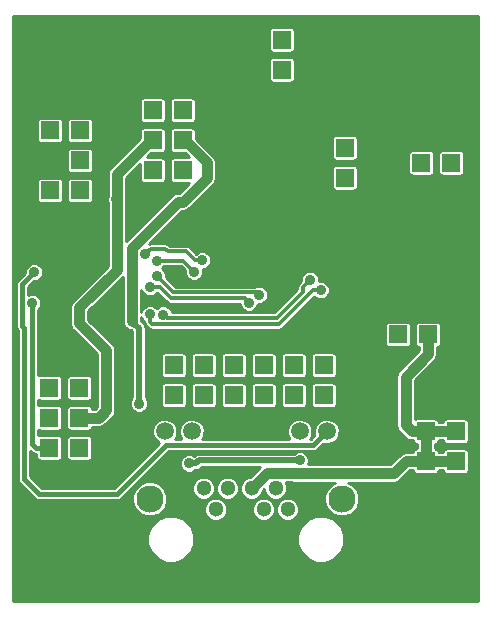
<source format=gbr>
G04 #@! TF.FileFunction,Copper,L1,Top,Signal*
%FSLAX46Y46*%
G04 Gerber Fmt 4.6, Leading zero omitted, Abs format (unit mm)*
G04 Created by KiCad (PCBNEW 4.0.1-stable) date 18. 2. 2016 10:36:15*
%MOMM*%
G01*
G04 APERTURE LIST*
%ADD10C,0.300000*%
%ADD11C,2.300000*%
%ADD12C,1.300000*%
%ADD13C,1.500000*%
%ADD14R,1.524000X1.524000*%
%ADD15C,6.000000*%
%ADD16C,0.890000*%
%ADD17C,0.900000*%
%ADD18C,0.400000*%
%ADD19C,0.500000*%
%ADD20C,0.254000*%
G04 APERTURE END LIST*
D10*
D11*
X28450000Y9272000D03*
X12190000Y9272000D03*
D12*
X17780000Y8382000D03*
X19810000Y8382000D03*
X21840000Y8382000D03*
X23870000Y8382000D03*
X16760000Y10162000D03*
X18790000Y10162000D03*
X20820000Y10162000D03*
X22850000Y10162000D03*
D13*
X27180000Y14982000D03*
X24890000Y14982000D03*
X15750000Y14982000D03*
X13460000Y14982000D03*
D14*
X35560000Y17526000D03*
X38100000Y17526000D03*
X35560000Y14986000D03*
X38100000Y14986000D03*
X35560000Y12446000D03*
X38100000Y12446000D03*
X35560000Y9906000D03*
X38100000Y9906000D03*
X14224000Y18034000D03*
X14224000Y20574000D03*
X16764000Y18034000D03*
X16764000Y20574000D03*
X19304000Y18034000D03*
X19304000Y20574000D03*
X21844000Y18034000D03*
X21844000Y20574000D03*
X24384000Y18034000D03*
X24384000Y20574000D03*
X26924000Y18034000D03*
X26924000Y20574000D03*
X35179000Y40259000D03*
X37719000Y40259000D03*
X35179000Y37719000D03*
X37719000Y37719000D03*
X35179000Y35179000D03*
X37719000Y35179000D03*
X28702000Y38989000D03*
X28702000Y36449000D03*
X14986000Y37084000D03*
X14986000Y39624000D03*
X14986000Y42164000D03*
X20828000Y45593000D03*
X20828000Y48133000D03*
X23368000Y45593000D03*
X23368000Y48133000D03*
X25908000Y45593000D03*
X25908000Y48133000D03*
X3746500Y37909500D03*
X6286500Y37909500D03*
X6286500Y40449500D03*
X3746500Y40449500D03*
X6223000Y21209000D03*
X3683000Y21209000D03*
X6223000Y13589000D03*
X3683000Y13589000D03*
X6223000Y16129000D03*
X3683000Y16129000D03*
X6223000Y18669000D03*
X3683000Y18669000D03*
X6223000Y11049000D03*
X3683000Y11049000D03*
D15*
X5080000Y45720000D03*
X35560000Y5080000D03*
X5080000Y5080000D03*
X35560000Y45720000D03*
D14*
X12446000Y37084000D03*
X12446000Y39624000D03*
X12446000Y42164000D03*
X33210500Y23177500D03*
X35750500Y23177500D03*
X6286500Y35369500D03*
X3746500Y35369500D03*
D16*
X23114000Y21844000D03*
X23114000Y22733000D03*
X12446000Y21463000D03*
X12700000Y20193000D03*
X16764000Y22034500D03*
X18478500Y22034500D03*
X12700000Y18796000D03*
X24892000Y12509500D03*
X15494000Y12255500D03*
X10673078Y24302720D03*
X11272520Y17332960D03*
X15013002Y34417000D03*
X6212840Y24109681D03*
X9372600Y34625278D03*
X2413000Y28448000D03*
X16637000Y29464000D03*
X11811000Y29972000D03*
X15924765Y28507789D03*
X12775132Y29436956D03*
X21443851Y26542524D03*
X12770702Y28160372D03*
X12192000Y27178000D03*
X20569627Y25875237D03*
X25776627Y27817373D03*
X13322300Y24866600D03*
X26670000Y26924000D03*
X12192000Y24892000D03*
X2225040Y25852120D03*
D17*
X24318897Y11462001D02*
X24366399Y11414499D01*
X20820000Y10162000D02*
X22120001Y11462001D01*
X22120001Y11462001D02*
X24318897Y11462001D01*
X24366399Y11414499D02*
X32866499Y11414499D01*
X32866499Y11414499D02*
X33898000Y12446000D01*
X33898000Y12446000D02*
X35560000Y12446000D01*
X35560000Y12446000D02*
X38100000Y12446000D01*
X35560000Y12446000D02*
X35560000Y14986000D01*
X35560000Y14986000D02*
X38100000Y14986000D01*
X35750500Y21515500D02*
X35750500Y23177500D01*
X33845500Y19610500D02*
X35750500Y21515500D01*
X33845500Y15494000D02*
X33845500Y19610500D01*
X34353500Y14986000D02*
X33845500Y15494000D01*
X35560000Y14986000D02*
X34353500Y14986000D01*
D18*
X23114000Y22733000D02*
X23124301Y21854301D01*
X23124301Y21854301D02*
X23114000Y21844000D01*
D10*
X12700000Y18796000D02*
X12636500Y21755100D01*
X12146001Y21163001D02*
X12446000Y21463000D01*
X12636500Y21755100D02*
X12146001Y21163001D01*
X18478500Y22034500D02*
X16764000Y22034500D01*
D19*
X24262675Y12509500D02*
X24892000Y12509500D01*
X16377325Y12509500D02*
X24262675Y12509500D01*
X16123325Y12255500D02*
X16377325Y12509500D01*
X15494000Y12255500D02*
X16123325Y12255500D01*
D17*
X14588738Y34417000D02*
X10673078Y30501340D01*
X15013002Y34417000D02*
X14588738Y34417000D01*
D19*
X11272520Y17332960D02*
X11272520Y23703278D01*
D17*
X10673078Y30501340D02*
X10673078Y24726984D01*
D19*
X10973077Y24002721D02*
X10673078Y24302720D01*
D17*
X10673078Y24726984D02*
X10673078Y24302720D01*
D19*
X11272520Y23703278D02*
X10973077Y24002721D01*
D17*
X17018000Y37746002D02*
X17018000Y36421998D01*
X17018000Y36421998D02*
X15013002Y34417000D01*
X14986000Y39624000D02*
X15140002Y39624000D01*
X15140002Y39624000D02*
X17018000Y37746002D01*
X8498949Y21823572D02*
X6512839Y23809682D01*
X8498949Y16742949D02*
X8498949Y21823572D01*
X7885000Y16129000D02*
X8498949Y16742949D01*
X6223000Y16129000D02*
X7885000Y16129000D01*
X6512839Y23809682D02*
X6212840Y24109681D01*
X9398000Y34639640D02*
X9398000Y28671520D01*
X9398000Y28671520D02*
X6212840Y25486360D01*
X6212840Y25486360D02*
X6212840Y24150320D01*
D19*
X9386962Y34639640D02*
X9372600Y34625278D01*
X9398000Y34639640D02*
X9386962Y34639640D01*
D17*
X9398000Y36730002D02*
X9398000Y34639640D01*
X12446000Y39624000D02*
X12291998Y39624000D01*
X12291998Y39624000D02*
X9398000Y36730002D01*
D18*
X1380039Y26035000D02*
X1380039Y23893999D01*
X1380039Y26257721D02*
X1380039Y26035000D01*
X1380039Y26035000D02*
X1380039Y27415039D01*
X1380039Y27415039D02*
X2413000Y28448000D01*
X1525038Y10962960D02*
X1525038Y23749000D01*
X1380039Y23893999D02*
X1525038Y23749000D01*
X9398000Y9652000D02*
X2835998Y9652000D01*
X26029999Y13831999D02*
X13577999Y13831999D01*
X13577999Y13831999D02*
X9398000Y9652000D01*
X27180000Y14982000D02*
X26029999Y13831999D01*
X2835998Y9652000D02*
X1525038Y10962960D01*
D10*
X16637000Y29464000D02*
X16007675Y29464000D01*
X12255999Y30416999D02*
X11811000Y29972000D01*
X16007675Y29464000D02*
X15263973Y30207702D01*
X15263973Y30207702D02*
X13716000Y30207702D01*
X13716000Y30207702D02*
X13506703Y30416999D01*
X13506703Y30416999D02*
X12255999Y30416999D01*
X14732000Y29436956D02*
X12775132Y29436956D01*
X15924765Y28507789D02*
X14995598Y29436956D01*
X14995598Y29436956D02*
X14732000Y29436956D01*
X21443851Y26542524D02*
X21252875Y26733500D01*
X21252875Y26733500D02*
X14197574Y26733500D01*
X14197574Y26733500D02*
X12770702Y28160372D01*
X20569627Y25875237D02*
X20219364Y26225500D01*
X12821325Y27178000D02*
X12192000Y27178000D01*
X20219364Y26225500D02*
X13970000Y26225500D01*
X13970000Y26225500D02*
X13023175Y27172325D01*
X13023175Y27172325D02*
X12827000Y27172325D01*
X12827000Y27172325D02*
X12821325Y27178000D01*
X13322300Y24866600D02*
X13614400Y24574500D01*
X13614400Y24574500D02*
X22950933Y24574500D01*
X22950933Y24574500D02*
X25173440Y26797007D01*
X25173440Y26797007D02*
X25173440Y27214186D01*
X25173440Y27214186D02*
X25776627Y27817373D01*
X26670000Y26924000D02*
X26007567Y26924000D01*
X26007567Y26924000D02*
X23155166Y24071599D01*
X23155166Y24071599D02*
X12383076Y24071599D01*
X12383076Y24071599D02*
X12192000Y24262675D01*
X12192000Y24262675D02*
X12192000Y24892000D01*
D18*
X2225040Y25427856D02*
X2225040Y25852120D01*
X2225040Y13884960D02*
X2225040Y25427856D01*
X2521000Y13589000D02*
X2225040Y13884960D01*
X3683000Y13589000D02*
X2521000Y13589000D01*
D20*
G36*
X40009000Y631000D02*
X631000Y631000D01*
X631000Y5450476D01*
X11992657Y5450476D01*
X12293003Y4723582D01*
X12848657Y4166958D01*
X13575025Y3865344D01*
X14361524Y3864657D01*
X15088418Y4165003D01*
X15645042Y4720657D01*
X15946656Y5447025D01*
X15946659Y5450476D01*
X24692657Y5450476D01*
X24993003Y4723582D01*
X25548657Y4166958D01*
X26275025Y3865344D01*
X27061524Y3864657D01*
X27788418Y4165003D01*
X28345042Y4720657D01*
X28646656Y5447025D01*
X28647343Y6233524D01*
X28346997Y6960418D01*
X27791343Y7517042D01*
X27064975Y7818656D01*
X26278476Y7819343D01*
X25551582Y7518997D01*
X24994958Y6963343D01*
X24693344Y6236975D01*
X24692657Y5450476D01*
X15946659Y5450476D01*
X15947343Y6233524D01*
X15646997Y6960418D01*
X15091343Y7517042D01*
X14364975Y7818656D01*
X13578476Y7819343D01*
X12851582Y7518997D01*
X12294958Y6963343D01*
X11993344Y6236975D01*
X11992657Y5450476D01*
X631000Y5450476D01*
X631000Y8979495D01*
X10712744Y8979495D01*
X10937130Y8436440D01*
X11352254Y8020591D01*
X11894918Y7795257D01*
X12482505Y7794744D01*
X13025560Y8019130D01*
X13195240Y8188515D01*
X16802830Y8188515D01*
X16951256Y7829297D01*
X17225851Y7554222D01*
X17584810Y7405170D01*
X17973485Y7404830D01*
X18332703Y7553256D01*
X18607778Y7827851D01*
X18756830Y8186810D01*
X18756831Y8188515D01*
X20862830Y8188515D01*
X21011256Y7829297D01*
X21285851Y7554222D01*
X21644810Y7405170D01*
X22033485Y7404830D01*
X22392703Y7553256D01*
X22667778Y7827851D01*
X22816830Y8186810D01*
X22816831Y8188515D01*
X22892830Y8188515D01*
X23041256Y7829297D01*
X23315851Y7554222D01*
X23674810Y7405170D01*
X24063485Y7404830D01*
X24422703Y7553256D01*
X24697778Y7827851D01*
X24846830Y8186810D01*
X24847170Y8575485D01*
X24698744Y8934703D01*
X24424149Y9209778D01*
X24065190Y9358830D01*
X23676515Y9359170D01*
X23317297Y9210744D01*
X23042222Y8936149D01*
X22893170Y8577190D01*
X22892830Y8188515D01*
X22816831Y8188515D01*
X22817170Y8575485D01*
X22668744Y8934703D01*
X22394149Y9209778D01*
X22035190Y9358830D01*
X21646515Y9359170D01*
X21287297Y9210744D01*
X21012222Y8936149D01*
X20863170Y8577190D01*
X20862830Y8188515D01*
X18756831Y8188515D01*
X18757170Y8575485D01*
X18608744Y8934703D01*
X18334149Y9209778D01*
X17975190Y9358830D01*
X17586515Y9359170D01*
X17227297Y9210744D01*
X16952222Y8936149D01*
X16803170Y8577190D01*
X16802830Y8188515D01*
X13195240Y8188515D01*
X13441409Y8434254D01*
X13666743Y8976918D01*
X13667256Y9564505D01*
X13500323Y9968515D01*
X15782830Y9968515D01*
X15931256Y9609297D01*
X16205851Y9334222D01*
X16564810Y9185170D01*
X16953485Y9184830D01*
X17312703Y9333256D01*
X17587778Y9607851D01*
X17736830Y9966810D01*
X17736831Y9968515D01*
X17812830Y9968515D01*
X17961256Y9609297D01*
X18235851Y9334222D01*
X18594810Y9185170D01*
X18983485Y9184830D01*
X19342703Y9333256D01*
X19617778Y9607851D01*
X19766830Y9966810D01*
X19767170Y10355485D01*
X19618744Y10714703D01*
X19344149Y10989778D01*
X18985190Y11138830D01*
X18596515Y11139170D01*
X18237297Y10990744D01*
X17962222Y10716149D01*
X17813170Y10357190D01*
X17812830Y9968515D01*
X17736831Y9968515D01*
X17737170Y10355485D01*
X17588744Y10714703D01*
X17314149Y10989778D01*
X16955190Y11138830D01*
X16566515Y11139170D01*
X16207297Y10990744D01*
X15932222Y10716149D01*
X15783170Y10357190D01*
X15782830Y9968515D01*
X13500323Y9968515D01*
X13442870Y10107560D01*
X13027746Y10523409D01*
X12485082Y10748743D01*
X11897495Y10749256D01*
X11354440Y10524870D01*
X10938591Y10109746D01*
X10713257Y9567082D01*
X10712744Y8979495D01*
X631000Y8979495D01*
X631000Y27415039D01*
X853039Y27415039D01*
X853039Y23893999D01*
X893154Y23692324D01*
X998038Y23535356D01*
X998038Y10962960D01*
X1038153Y10761285D01*
X1152393Y10590315D01*
X2463352Y9279355D01*
X2577592Y9203022D01*
X2634324Y9165115D01*
X2835998Y9125000D01*
X9398000Y9125000D01*
X9599675Y9165115D01*
X9770645Y9279355D01*
X12593903Y12102613D01*
X14721867Y12102613D01*
X14839149Y11818769D01*
X15056126Y11601412D01*
X15339766Y11483635D01*
X15646887Y11483367D01*
X15930731Y11600649D01*
X16008718Y11678500D01*
X16123320Y11678500D01*
X16123325Y11678499D01*
X16344133Y11722422D01*
X16531326Y11847499D01*
X16616327Y11932500D01*
X21491656Y11932500D01*
X20698263Y11139107D01*
X20626515Y11139170D01*
X20267297Y10990744D01*
X19992222Y10716149D01*
X19843170Y10357190D01*
X19842830Y9968515D01*
X19991256Y9609297D01*
X20265851Y9334222D01*
X20624810Y9185170D01*
X21013485Y9184830D01*
X21372703Y9333256D01*
X21647778Y9607851D01*
X21796830Y9966810D01*
X21796894Y10040050D01*
X21872959Y10116115D01*
X21872830Y9968515D01*
X22021256Y9609297D01*
X22295851Y9334222D01*
X22654810Y9185170D01*
X23043485Y9184830D01*
X23402703Y9333256D01*
X23677778Y9607851D01*
X23826830Y9966810D01*
X23827170Y10355485D01*
X23691017Y10685001D01*
X24127592Y10685001D01*
X24366399Y10637499D01*
X27887023Y10637499D01*
X27614440Y10524870D01*
X27198591Y10109746D01*
X26973257Y9567082D01*
X26972744Y8979495D01*
X27197130Y8436440D01*
X27612254Y8020591D01*
X28154918Y7795257D01*
X28742505Y7794744D01*
X29285560Y8019130D01*
X29701409Y8434254D01*
X29926743Y8976918D01*
X29927256Y9564505D01*
X29702870Y10107560D01*
X29287746Y10523409D01*
X29012987Y10637499D01*
X32866499Y10637499D01*
X33163844Y10696645D01*
X33415921Y10865077D01*
X34219844Y11669000D01*
X34467416Y11669000D01*
X34487395Y11562821D01*
X34559012Y11451526D01*
X34668286Y11376862D01*
X34798000Y11350594D01*
X36322000Y11350594D01*
X36443179Y11373395D01*
X36554474Y11445012D01*
X36629138Y11554286D01*
X36652368Y11669000D01*
X37007416Y11669000D01*
X37027395Y11562821D01*
X37099012Y11451526D01*
X37208286Y11376862D01*
X37338000Y11350594D01*
X38862000Y11350594D01*
X38983179Y11373395D01*
X39094474Y11445012D01*
X39169138Y11554286D01*
X39195406Y11684000D01*
X39195406Y13208000D01*
X39172605Y13329179D01*
X39100988Y13440474D01*
X38991714Y13515138D01*
X38862000Y13541406D01*
X37338000Y13541406D01*
X37216821Y13518605D01*
X37105526Y13446988D01*
X37030862Y13337714D01*
X37007632Y13223000D01*
X36652584Y13223000D01*
X36632605Y13329179D01*
X36560988Y13440474D01*
X36451714Y13515138D01*
X36337000Y13538368D01*
X36337000Y13893416D01*
X36443179Y13913395D01*
X36554474Y13985012D01*
X36629138Y14094286D01*
X36652368Y14209000D01*
X37007416Y14209000D01*
X37027395Y14102821D01*
X37099012Y13991526D01*
X37208286Y13916862D01*
X37338000Y13890594D01*
X38862000Y13890594D01*
X38983179Y13913395D01*
X39094474Y13985012D01*
X39169138Y14094286D01*
X39195406Y14224000D01*
X39195406Y15748000D01*
X39172605Y15869179D01*
X39100988Y15980474D01*
X38991714Y16055138D01*
X38862000Y16081406D01*
X37338000Y16081406D01*
X37216821Y16058605D01*
X37105526Y15986988D01*
X37030862Y15877714D01*
X37007632Y15763000D01*
X36652584Y15763000D01*
X36632605Y15869179D01*
X36560988Y15980474D01*
X36451714Y16055138D01*
X36322000Y16081406D01*
X34798000Y16081406D01*
X34676821Y16058605D01*
X34622500Y16023650D01*
X34622500Y19288656D01*
X36299922Y20966078D01*
X36468354Y21218155D01*
X36527500Y21515500D01*
X36527500Y22084916D01*
X36633679Y22104895D01*
X36744974Y22176512D01*
X36819638Y22285786D01*
X36845906Y22415500D01*
X36845906Y23939500D01*
X36823105Y24060679D01*
X36751488Y24171974D01*
X36642214Y24246638D01*
X36512500Y24272906D01*
X34988500Y24272906D01*
X34867321Y24250105D01*
X34756026Y24178488D01*
X34681362Y24069214D01*
X34655094Y23939500D01*
X34655094Y22415500D01*
X34677895Y22294321D01*
X34749512Y22183026D01*
X34858786Y22108362D01*
X34973500Y22085132D01*
X34973500Y21837344D01*
X33296078Y20159922D01*
X33127646Y19907845D01*
X33068500Y19610500D01*
X33068500Y15494000D01*
X33127646Y15196655D01*
X33296078Y14944578D01*
X33804078Y14436578D01*
X34056155Y14268146D01*
X34353500Y14209000D01*
X34467416Y14209000D01*
X34487395Y14102821D01*
X34559012Y13991526D01*
X34668286Y13916862D01*
X34783000Y13893632D01*
X34783000Y13538584D01*
X34676821Y13518605D01*
X34565526Y13446988D01*
X34490862Y13337714D01*
X34467632Y13223000D01*
X33898000Y13223000D01*
X33600655Y13163854D01*
X33348578Y12995422D01*
X32544655Y12191499D01*
X25595863Y12191499D01*
X25663865Y12355266D01*
X25664133Y12662387D01*
X25546851Y12946231D01*
X25329874Y13163588D01*
X25046234Y13281365D01*
X24739113Y13281633D01*
X24455269Y13164351D01*
X24377282Y13086500D01*
X16377325Y13086500D01*
X16156517Y13042578D01*
X15969324Y12917501D01*
X15969322Y12917498D01*
X15946630Y12894806D01*
X15931874Y12909588D01*
X15648234Y13027365D01*
X15341113Y13027633D01*
X15057269Y12910351D01*
X14839912Y12693374D01*
X14722135Y12409734D01*
X14721867Y12102613D01*
X12593903Y12102613D01*
X13796289Y13304999D01*
X26029999Y13304999D01*
X26231674Y13345114D01*
X26402644Y13459354D01*
X26882616Y13939326D01*
X26964832Y13905187D01*
X27393289Y13904813D01*
X27789275Y14068431D01*
X28092504Y14371132D01*
X28256813Y14766832D01*
X28257187Y15195289D01*
X28093569Y15591275D01*
X27790868Y15894504D01*
X27395168Y16058813D01*
X26966711Y16059187D01*
X26570725Y15895569D01*
X26267496Y15592868D01*
X26103187Y15197168D01*
X26102813Y14768711D01*
X26137492Y14684782D01*
X25811709Y14358999D01*
X25790350Y14358999D01*
X25802504Y14371132D01*
X25966813Y14766832D01*
X25967187Y15195289D01*
X25803569Y15591275D01*
X25500868Y15894504D01*
X25105168Y16058813D01*
X24676711Y16059187D01*
X24280725Y15895569D01*
X23977496Y15592868D01*
X23813187Y15197168D01*
X23812813Y14768711D01*
X23976431Y14372725D01*
X23990133Y14358999D01*
X16650350Y14358999D01*
X16662504Y14371132D01*
X16826813Y14766832D01*
X16827187Y15195289D01*
X16663569Y15591275D01*
X16360868Y15894504D01*
X15965168Y16058813D01*
X15536711Y16059187D01*
X15140725Y15895569D01*
X14837496Y15592868D01*
X14673187Y15197168D01*
X14672813Y14768711D01*
X14836431Y14372725D01*
X14850133Y14358999D01*
X14360350Y14358999D01*
X14372504Y14371132D01*
X14536813Y14766832D01*
X14537187Y15195289D01*
X14373569Y15591275D01*
X14070868Y15894504D01*
X13675168Y16058813D01*
X13246711Y16059187D01*
X12850725Y15895569D01*
X12547496Y15592868D01*
X12383187Y15197168D01*
X12382813Y14768711D01*
X12546431Y14372725D01*
X12849132Y14069496D01*
X13005342Y14004632D01*
X9179710Y10179000D01*
X3054289Y10179000D01*
X2052038Y11181250D01*
X2052038Y13312671D01*
X2148355Y13216354D01*
X2319326Y13102115D01*
X2521000Y13062000D01*
X2587594Y13062000D01*
X2587594Y12827000D01*
X2610395Y12705821D01*
X2682012Y12594526D01*
X2791286Y12519862D01*
X2921000Y12493594D01*
X4445000Y12493594D01*
X4566179Y12516395D01*
X4677474Y12588012D01*
X4752138Y12697286D01*
X4778406Y12827000D01*
X4778406Y14351000D01*
X5127594Y14351000D01*
X5127594Y12827000D01*
X5150395Y12705821D01*
X5222012Y12594526D01*
X5331286Y12519862D01*
X5461000Y12493594D01*
X6985000Y12493594D01*
X7106179Y12516395D01*
X7217474Y12588012D01*
X7292138Y12697286D01*
X7318406Y12827000D01*
X7318406Y14351000D01*
X7295605Y14472179D01*
X7223988Y14583474D01*
X7114714Y14658138D01*
X6985000Y14684406D01*
X5461000Y14684406D01*
X5339821Y14661605D01*
X5228526Y14589988D01*
X5153862Y14480714D01*
X5127594Y14351000D01*
X4778406Y14351000D01*
X4755605Y14472179D01*
X4683988Y14583474D01*
X4574714Y14658138D01*
X4445000Y14684406D01*
X2921000Y14684406D01*
X2799821Y14661605D01*
X2752040Y14630858D01*
X2752040Y15086678D01*
X2791286Y15059862D01*
X2921000Y15033594D01*
X4445000Y15033594D01*
X4566179Y15056395D01*
X4677474Y15128012D01*
X4752138Y15237286D01*
X4778406Y15367000D01*
X4778406Y16891000D01*
X5127594Y16891000D01*
X5127594Y15367000D01*
X5150395Y15245821D01*
X5222012Y15134526D01*
X5331286Y15059862D01*
X5461000Y15033594D01*
X6985000Y15033594D01*
X7106179Y15056395D01*
X7217474Y15128012D01*
X7292138Y15237286D01*
X7315368Y15352000D01*
X7885000Y15352000D01*
X8182345Y15411146D01*
X8434422Y15579578D01*
X9048371Y16193527D01*
X9216803Y16445604D01*
X9275949Y16742949D01*
X9275949Y21823572D01*
X9216803Y22120917D01*
X9048371Y22372994D01*
X6989840Y24431525D01*
X6989840Y25164516D01*
X9896078Y28070754D01*
X9896078Y24302720D01*
X9901057Y24277691D01*
X9900945Y24149833D01*
X9950202Y24030622D01*
X9955224Y24005375D01*
X9969400Y23984159D01*
X10018227Y23865989D01*
X10109354Y23774702D01*
X10123656Y23753298D01*
X10144873Y23739121D01*
X10235204Y23648632D01*
X10354331Y23599167D01*
X10375733Y23584866D01*
X10400759Y23579888D01*
X10518844Y23530855D01*
X10629037Y23530759D01*
X10695520Y23464276D01*
X10695520Y17847787D01*
X10618432Y17770834D01*
X10500655Y17487194D01*
X10500387Y17180073D01*
X10617669Y16896229D01*
X10834646Y16678872D01*
X11118286Y16561095D01*
X11425407Y16560827D01*
X11709251Y16678109D01*
X11926608Y16895086D01*
X12044385Y17178726D01*
X12044653Y17485847D01*
X11927371Y17769691D01*
X11849520Y17847678D01*
X11849520Y18796000D01*
X13128594Y18796000D01*
X13128594Y17272000D01*
X13151395Y17150821D01*
X13223012Y17039526D01*
X13332286Y16964862D01*
X13462000Y16938594D01*
X14986000Y16938594D01*
X15107179Y16961395D01*
X15218474Y17033012D01*
X15293138Y17142286D01*
X15319406Y17272000D01*
X15319406Y18796000D01*
X15668594Y18796000D01*
X15668594Y17272000D01*
X15691395Y17150821D01*
X15763012Y17039526D01*
X15872286Y16964862D01*
X16002000Y16938594D01*
X17526000Y16938594D01*
X17647179Y16961395D01*
X17758474Y17033012D01*
X17833138Y17142286D01*
X17859406Y17272000D01*
X17859406Y18796000D01*
X18208594Y18796000D01*
X18208594Y17272000D01*
X18231395Y17150821D01*
X18303012Y17039526D01*
X18412286Y16964862D01*
X18542000Y16938594D01*
X20066000Y16938594D01*
X20187179Y16961395D01*
X20298474Y17033012D01*
X20373138Y17142286D01*
X20399406Y17272000D01*
X20399406Y18796000D01*
X20748594Y18796000D01*
X20748594Y17272000D01*
X20771395Y17150821D01*
X20843012Y17039526D01*
X20952286Y16964862D01*
X21082000Y16938594D01*
X22606000Y16938594D01*
X22727179Y16961395D01*
X22838474Y17033012D01*
X22913138Y17142286D01*
X22939406Y17272000D01*
X22939406Y18796000D01*
X23288594Y18796000D01*
X23288594Y17272000D01*
X23311395Y17150821D01*
X23383012Y17039526D01*
X23492286Y16964862D01*
X23622000Y16938594D01*
X25146000Y16938594D01*
X25267179Y16961395D01*
X25378474Y17033012D01*
X25453138Y17142286D01*
X25479406Y17272000D01*
X25479406Y18796000D01*
X25828594Y18796000D01*
X25828594Y17272000D01*
X25851395Y17150821D01*
X25923012Y17039526D01*
X26032286Y16964862D01*
X26162000Y16938594D01*
X27686000Y16938594D01*
X27807179Y16961395D01*
X27918474Y17033012D01*
X27993138Y17142286D01*
X28019406Y17272000D01*
X28019406Y18796000D01*
X27996605Y18917179D01*
X27924988Y19028474D01*
X27815714Y19103138D01*
X27686000Y19129406D01*
X26162000Y19129406D01*
X26040821Y19106605D01*
X25929526Y19034988D01*
X25854862Y18925714D01*
X25828594Y18796000D01*
X25479406Y18796000D01*
X25456605Y18917179D01*
X25384988Y19028474D01*
X25275714Y19103138D01*
X25146000Y19129406D01*
X23622000Y19129406D01*
X23500821Y19106605D01*
X23389526Y19034988D01*
X23314862Y18925714D01*
X23288594Y18796000D01*
X22939406Y18796000D01*
X22916605Y18917179D01*
X22844988Y19028474D01*
X22735714Y19103138D01*
X22606000Y19129406D01*
X21082000Y19129406D01*
X20960821Y19106605D01*
X20849526Y19034988D01*
X20774862Y18925714D01*
X20748594Y18796000D01*
X20399406Y18796000D01*
X20376605Y18917179D01*
X20304988Y19028474D01*
X20195714Y19103138D01*
X20066000Y19129406D01*
X18542000Y19129406D01*
X18420821Y19106605D01*
X18309526Y19034988D01*
X18234862Y18925714D01*
X18208594Y18796000D01*
X17859406Y18796000D01*
X17836605Y18917179D01*
X17764988Y19028474D01*
X17655714Y19103138D01*
X17526000Y19129406D01*
X16002000Y19129406D01*
X15880821Y19106605D01*
X15769526Y19034988D01*
X15694862Y18925714D01*
X15668594Y18796000D01*
X15319406Y18796000D01*
X15296605Y18917179D01*
X15224988Y19028474D01*
X15115714Y19103138D01*
X14986000Y19129406D01*
X13462000Y19129406D01*
X13340821Y19106605D01*
X13229526Y19034988D01*
X13154862Y18925714D01*
X13128594Y18796000D01*
X11849520Y18796000D01*
X11849520Y21336000D01*
X13128594Y21336000D01*
X13128594Y19812000D01*
X13151395Y19690821D01*
X13223012Y19579526D01*
X13332286Y19504862D01*
X13462000Y19478594D01*
X14986000Y19478594D01*
X15107179Y19501395D01*
X15218474Y19573012D01*
X15293138Y19682286D01*
X15319406Y19812000D01*
X15319406Y21336000D01*
X15668594Y21336000D01*
X15668594Y19812000D01*
X15691395Y19690821D01*
X15763012Y19579526D01*
X15872286Y19504862D01*
X16002000Y19478594D01*
X17526000Y19478594D01*
X17647179Y19501395D01*
X17758474Y19573012D01*
X17833138Y19682286D01*
X17859406Y19812000D01*
X17859406Y21336000D01*
X18208594Y21336000D01*
X18208594Y19812000D01*
X18231395Y19690821D01*
X18303012Y19579526D01*
X18412286Y19504862D01*
X18542000Y19478594D01*
X20066000Y19478594D01*
X20187179Y19501395D01*
X20298474Y19573012D01*
X20373138Y19682286D01*
X20399406Y19812000D01*
X20399406Y21336000D01*
X20748594Y21336000D01*
X20748594Y19812000D01*
X20771395Y19690821D01*
X20843012Y19579526D01*
X20952286Y19504862D01*
X21082000Y19478594D01*
X22606000Y19478594D01*
X22727179Y19501395D01*
X22838474Y19573012D01*
X22913138Y19682286D01*
X22939406Y19812000D01*
X22939406Y21336000D01*
X23288594Y21336000D01*
X23288594Y19812000D01*
X23311395Y19690821D01*
X23383012Y19579526D01*
X23492286Y19504862D01*
X23622000Y19478594D01*
X25146000Y19478594D01*
X25267179Y19501395D01*
X25378474Y19573012D01*
X25453138Y19682286D01*
X25479406Y19812000D01*
X25479406Y21336000D01*
X25828594Y21336000D01*
X25828594Y19812000D01*
X25851395Y19690821D01*
X25923012Y19579526D01*
X26032286Y19504862D01*
X26162000Y19478594D01*
X27686000Y19478594D01*
X27807179Y19501395D01*
X27918474Y19573012D01*
X27993138Y19682286D01*
X28019406Y19812000D01*
X28019406Y21336000D01*
X27996605Y21457179D01*
X27924988Y21568474D01*
X27815714Y21643138D01*
X27686000Y21669406D01*
X26162000Y21669406D01*
X26040821Y21646605D01*
X25929526Y21574988D01*
X25854862Y21465714D01*
X25828594Y21336000D01*
X25479406Y21336000D01*
X25456605Y21457179D01*
X25384988Y21568474D01*
X25275714Y21643138D01*
X25146000Y21669406D01*
X23622000Y21669406D01*
X23500821Y21646605D01*
X23389526Y21574988D01*
X23314862Y21465714D01*
X23288594Y21336000D01*
X22939406Y21336000D01*
X22916605Y21457179D01*
X22844988Y21568474D01*
X22735714Y21643138D01*
X22606000Y21669406D01*
X21082000Y21669406D01*
X20960821Y21646605D01*
X20849526Y21574988D01*
X20774862Y21465714D01*
X20748594Y21336000D01*
X20399406Y21336000D01*
X20376605Y21457179D01*
X20304988Y21568474D01*
X20195714Y21643138D01*
X20066000Y21669406D01*
X18542000Y21669406D01*
X18420821Y21646605D01*
X18309526Y21574988D01*
X18234862Y21465714D01*
X18208594Y21336000D01*
X17859406Y21336000D01*
X17836605Y21457179D01*
X17764988Y21568474D01*
X17655714Y21643138D01*
X17526000Y21669406D01*
X16002000Y21669406D01*
X15880821Y21646605D01*
X15769526Y21574988D01*
X15694862Y21465714D01*
X15668594Y21336000D01*
X15319406Y21336000D01*
X15296605Y21457179D01*
X15224988Y21568474D01*
X15115714Y21643138D01*
X14986000Y21669406D01*
X13462000Y21669406D01*
X13340821Y21646605D01*
X13229526Y21574988D01*
X13154862Y21465714D01*
X13128594Y21336000D01*
X11849520Y21336000D01*
X11849520Y23703278D01*
X11805598Y23924086D01*
X11680521Y24111279D01*
X11680518Y24111281D01*
X11450078Y24341722D01*
X11450078Y24665997D01*
X11537149Y24455269D01*
X11715000Y24277107D01*
X11715000Y24262675D01*
X11751309Y24080135D01*
X11854710Y23925385D01*
X12045786Y23734309D01*
X12200535Y23630908D01*
X12383076Y23594599D01*
X23155166Y23594599D01*
X23337706Y23630908D01*
X23492456Y23734309D01*
X23697647Y23939500D01*
X32115094Y23939500D01*
X32115094Y22415500D01*
X32137895Y22294321D01*
X32209512Y22183026D01*
X32318786Y22108362D01*
X32448500Y22082094D01*
X33972500Y22082094D01*
X34093679Y22104895D01*
X34204974Y22176512D01*
X34279638Y22285786D01*
X34305906Y22415500D01*
X34305906Y23939500D01*
X34283105Y24060679D01*
X34211488Y24171974D01*
X34102214Y24246638D01*
X33972500Y24272906D01*
X32448500Y24272906D01*
X32327321Y24250105D01*
X32216026Y24178488D01*
X32141362Y24069214D01*
X32115094Y23939500D01*
X23697647Y23939500D01*
X26130182Y26372035D01*
X26232126Y26269912D01*
X26515766Y26152135D01*
X26822887Y26151867D01*
X27106731Y26269149D01*
X27324088Y26486126D01*
X27441865Y26769766D01*
X27442133Y27076887D01*
X27324851Y27360731D01*
X27107874Y27578088D01*
X26824234Y27695865D01*
X26548521Y27696106D01*
X26548760Y27970260D01*
X26431478Y28254104D01*
X26214501Y28471461D01*
X25930861Y28589238D01*
X25623740Y28589506D01*
X25339896Y28472224D01*
X25122539Y28255247D01*
X25004762Y27971607D01*
X25004542Y27719868D01*
X24836150Y27551476D01*
X24732749Y27396726D01*
X24696440Y27214186D01*
X24696440Y26994587D01*
X22753353Y25051500D01*
X14081205Y25051500D01*
X13977151Y25303331D01*
X13760174Y25520688D01*
X13476534Y25638465D01*
X13169413Y25638733D01*
X12885569Y25521451D01*
X12769816Y25405901D01*
X12629874Y25546088D01*
X12346234Y25663865D01*
X12039113Y25664133D01*
X11755269Y25546851D01*
X11537912Y25329874D01*
X11450078Y25118345D01*
X11450078Y26951997D01*
X11537149Y26741269D01*
X11754126Y26523912D01*
X12037766Y26406135D01*
X12344887Y26405867D01*
X12628731Y26523149D01*
X12805494Y26699603D01*
X12825246Y26695674D01*
X13632710Y25888210D01*
X13787460Y25784809D01*
X13970000Y25748500D01*
X19797517Y25748500D01*
X19797494Y25722350D01*
X19914776Y25438506D01*
X20131753Y25221149D01*
X20415393Y25103372D01*
X20722514Y25103104D01*
X21006358Y25220386D01*
X21223715Y25437363D01*
X21341492Y25721003D01*
X21341535Y25770614D01*
X21596738Y25770391D01*
X21880582Y25887673D01*
X22097939Y26104650D01*
X22215716Y26388290D01*
X22215984Y26695411D01*
X22098702Y26979255D01*
X21881725Y27196612D01*
X21598085Y27314389D01*
X21290964Y27314657D01*
X21038885Y27210500D01*
X14395154Y27210500D01*
X13542617Y28063037D01*
X13542835Y28313259D01*
X13425553Y28597103D01*
X13226394Y28796611D01*
X13390025Y28959956D01*
X14798018Y28959956D01*
X15152850Y28605124D01*
X15152632Y28354902D01*
X15269914Y28071058D01*
X15486891Y27853701D01*
X15770531Y27735924D01*
X16077652Y27735656D01*
X16361496Y27852938D01*
X16578853Y28069915D01*
X16696630Y28353555D01*
X16696898Y28660676D01*
X16683972Y28691959D01*
X16789887Y28691867D01*
X17073731Y28809149D01*
X17291088Y29026126D01*
X17408865Y29309766D01*
X17409133Y29616887D01*
X17291851Y29900731D01*
X17074874Y30118088D01*
X16791234Y30235865D01*
X16484113Y30236133D01*
X16200269Y30118851D01*
X16113761Y30032494D01*
X15601263Y30544992D01*
X15446513Y30648393D01*
X15263973Y30684702D01*
X13913580Y30684702D01*
X13843993Y30754289D01*
X13689243Y30857690D01*
X13506703Y30893999D01*
X12255999Y30893999D01*
X12141882Y30871300D01*
X14910582Y33640000D01*
X15013002Y33640000D01*
X15038031Y33644979D01*
X15165889Y33644867D01*
X15285100Y33694124D01*
X15310347Y33699146D01*
X15331563Y33713322D01*
X15449733Y33762149D01*
X15541020Y33853276D01*
X15562424Y33867578D01*
X17567422Y35872576D01*
X17735854Y36124653D01*
X17795000Y36421998D01*
X17795000Y37211000D01*
X27606594Y37211000D01*
X27606594Y35687000D01*
X27629395Y35565821D01*
X27701012Y35454526D01*
X27810286Y35379862D01*
X27940000Y35353594D01*
X29464000Y35353594D01*
X29585179Y35376395D01*
X29696474Y35448012D01*
X29771138Y35557286D01*
X29797406Y35687000D01*
X29797406Y37211000D01*
X29774605Y37332179D01*
X29702988Y37443474D01*
X29593714Y37518138D01*
X29464000Y37544406D01*
X27940000Y37544406D01*
X27818821Y37521605D01*
X27707526Y37449988D01*
X27632862Y37340714D01*
X27606594Y37211000D01*
X17795000Y37211000D01*
X17795000Y37746002D01*
X17735854Y38043347D01*
X17567422Y38295424D01*
X16111846Y39751000D01*
X27606594Y39751000D01*
X27606594Y38227000D01*
X27629395Y38105821D01*
X27701012Y37994526D01*
X27810286Y37919862D01*
X27940000Y37893594D01*
X29464000Y37893594D01*
X29585179Y37916395D01*
X29696474Y37988012D01*
X29771138Y38097286D01*
X29797406Y38227000D01*
X29797406Y38481000D01*
X34083594Y38481000D01*
X34083594Y36957000D01*
X34106395Y36835821D01*
X34178012Y36724526D01*
X34287286Y36649862D01*
X34417000Y36623594D01*
X35941000Y36623594D01*
X36062179Y36646395D01*
X36173474Y36718012D01*
X36248138Y36827286D01*
X36274406Y36957000D01*
X36274406Y38481000D01*
X36623594Y38481000D01*
X36623594Y36957000D01*
X36646395Y36835821D01*
X36718012Y36724526D01*
X36827286Y36649862D01*
X36957000Y36623594D01*
X38481000Y36623594D01*
X38602179Y36646395D01*
X38713474Y36718012D01*
X38788138Y36827286D01*
X38814406Y36957000D01*
X38814406Y38481000D01*
X38791605Y38602179D01*
X38719988Y38713474D01*
X38610714Y38788138D01*
X38481000Y38814406D01*
X36957000Y38814406D01*
X36835821Y38791605D01*
X36724526Y38719988D01*
X36649862Y38610714D01*
X36623594Y38481000D01*
X36274406Y38481000D01*
X36251605Y38602179D01*
X36179988Y38713474D01*
X36070714Y38788138D01*
X35941000Y38814406D01*
X34417000Y38814406D01*
X34295821Y38791605D01*
X34184526Y38719988D01*
X34109862Y38610714D01*
X34083594Y38481000D01*
X29797406Y38481000D01*
X29797406Y39751000D01*
X29774605Y39872179D01*
X29702988Y39983474D01*
X29593714Y40058138D01*
X29464000Y40084406D01*
X27940000Y40084406D01*
X27818821Y40061605D01*
X27707526Y39989988D01*
X27632862Y39880714D01*
X27606594Y39751000D01*
X16111846Y39751000D01*
X16081406Y39781440D01*
X16081406Y40386000D01*
X16058605Y40507179D01*
X15986988Y40618474D01*
X15877714Y40693138D01*
X15748000Y40719406D01*
X14224000Y40719406D01*
X14102821Y40696605D01*
X13991526Y40624988D01*
X13916862Y40515714D01*
X13890594Y40386000D01*
X13890594Y38862000D01*
X13913395Y38740821D01*
X13985012Y38629526D01*
X14094286Y38554862D01*
X14224000Y38528594D01*
X15136564Y38528594D01*
X15485752Y38179406D01*
X14224000Y38179406D01*
X14102821Y38156605D01*
X13991526Y38084988D01*
X13916862Y37975714D01*
X13890594Y37846000D01*
X13890594Y36322000D01*
X13913395Y36200821D01*
X13985012Y36089526D01*
X14094286Y36014862D01*
X14224000Y35988594D01*
X15485752Y35988594D01*
X14691158Y35194000D01*
X14588738Y35194000D01*
X14291393Y35134854D01*
X14039316Y34966422D01*
X10175000Y31102106D01*
X10175000Y36408158D01*
X11350594Y37583752D01*
X11350594Y36322000D01*
X11373395Y36200821D01*
X11445012Y36089526D01*
X11554286Y36014862D01*
X11684000Y35988594D01*
X13208000Y35988594D01*
X13329179Y36011395D01*
X13440474Y36083012D01*
X13515138Y36192286D01*
X13541406Y36322000D01*
X13541406Y37846000D01*
X13518605Y37967179D01*
X13446988Y38078474D01*
X13337714Y38153138D01*
X13208000Y38179406D01*
X11946248Y38179406D01*
X12295436Y38528594D01*
X13208000Y38528594D01*
X13329179Y38551395D01*
X13440474Y38623012D01*
X13515138Y38732286D01*
X13541406Y38862000D01*
X13541406Y40386000D01*
X13518605Y40507179D01*
X13446988Y40618474D01*
X13337714Y40693138D01*
X13208000Y40719406D01*
X11684000Y40719406D01*
X11562821Y40696605D01*
X11451526Y40624988D01*
X11376862Y40515714D01*
X11350594Y40386000D01*
X11350594Y39781440D01*
X8848578Y37279424D01*
X8680146Y37027347D01*
X8621000Y36730002D01*
X8621000Y34828316D01*
X8600735Y34779512D01*
X8600467Y34472391D01*
X8621000Y34422697D01*
X8621000Y28993364D01*
X5663418Y26035782D01*
X5494986Y25783705D01*
X5435840Y25486360D01*
X5435840Y24150320D01*
X5439882Y24130001D01*
X5435840Y24109681D01*
X5440819Y24084652D01*
X5440707Y23956794D01*
X5489964Y23837583D01*
X5494986Y23812336D01*
X5509162Y23791120D01*
X5557989Y23672950D01*
X5649116Y23581663D01*
X5663418Y23560259D01*
X7721949Y21501728D01*
X7721949Y17064793D01*
X7563156Y16906000D01*
X7315584Y16906000D01*
X7295605Y17012179D01*
X7223988Y17123474D01*
X7114714Y17198138D01*
X6985000Y17224406D01*
X5461000Y17224406D01*
X5339821Y17201605D01*
X5228526Y17129988D01*
X5153862Y17020714D01*
X5127594Y16891000D01*
X4778406Y16891000D01*
X4755605Y17012179D01*
X4683988Y17123474D01*
X4574714Y17198138D01*
X4445000Y17224406D01*
X2921000Y17224406D01*
X2799821Y17201605D01*
X2752040Y17170858D01*
X2752040Y17626678D01*
X2791286Y17599862D01*
X2921000Y17573594D01*
X4445000Y17573594D01*
X4566179Y17596395D01*
X4677474Y17668012D01*
X4752138Y17777286D01*
X4778406Y17907000D01*
X4778406Y19431000D01*
X5127594Y19431000D01*
X5127594Y17907000D01*
X5150395Y17785821D01*
X5222012Y17674526D01*
X5331286Y17599862D01*
X5461000Y17573594D01*
X6985000Y17573594D01*
X7106179Y17596395D01*
X7217474Y17668012D01*
X7292138Y17777286D01*
X7318406Y17907000D01*
X7318406Y19431000D01*
X7295605Y19552179D01*
X7223988Y19663474D01*
X7114714Y19738138D01*
X6985000Y19764406D01*
X5461000Y19764406D01*
X5339821Y19741605D01*
X5228526Y19669988D01*
X5153862Y19560714D01*
X5127594Y19431000D01*
X4778406Y19431000D01*
X4755605Y19552179D01*
X4683988Y19663474D01*
X4574714Y19738138D01*
X4445000Y19764406D01*
X2921000Y19764406D01*
X2799821Y19741605D01*
X2752040Y19710858D01*
X2752040Y25287380D01*
X2879128Y25414246D01*
X2996905Y25697886D01*
X2997173Y26005007D01*
X2879891Y26288851D01*
X2662914Y26506208D01*
X2379274Y26623985D01*
X2072153Y26624253D01*
X1907039Y26556029D01*
X1907039Y27196749D01*
X2386314Y27676024D01*
X2565887Y27675867D01*
X2849731Y27793149D01*
X3067088Y28010126D01*
X3184865Y28293766D01*
X3185133Y28600887D01*
X3067851Y28884731D01*
X2850874Y29102088D01*
X2567234Y29219865D01*
X2260113Y29220133D01*
X1976269Y29102851D01*
X1758912Y28885874D01*
X1641135Y28602234D01*
X1640977Y28421268D01*
X1007394Y27787684D01*
X893154Y27616714D01*
X871037Y27505521D01*
X853039Y27415039D01*
X631000Y27415039D01*
X631000Y36131500D01*
X2651094Y36131500D01*
X2651094Y34607500D01*
X2673895Y34486321D01*
X2745512Y34375026D01*
X2854786Y34300362D01*
X2984500Y34274094D01*
X4508500Y34274094D01*
X4629679Y34296895D01*
X4740974Y34368512D01*
X4815638Y34477786D01*
X4841906Y34607500D01*
X4841906Y36131500D01*
X5191094Y36131500D01*
X5191094Y34607500D01*
X5213895Y34486321D01*
X5285512Y34375026D01*
X5394786Y34300362D01*
X5524500Y34274094D01*
X7048500Y34274094D01*
X7169679Y34296895D01*
X7280974Y34368512D01*
X7355638Y34477786D01*
X7381906Y34607500D01*
X7381906Y36131500D01*
X7359105Y36252679D01*
X7287488Y36363974D01*
X7178214Y36438638D01*
X7048500Y36464906D01*
X5524500Y36464906D01*
X5403321Y36442105D01*
X5292026Y36370488D01*
X5217362Y36261214D01*
X5191094Y36131500D01*
X4841906Y36131500D01*
X4819105Y36252679D01*
X4747488Y36363974D01*
X4638214Y36438638D01*
X4508500Y36464906D01*
X2984500Y36464906D01*
X2863321Y36442105D01*
X2752026Y36370488D01*
X2677362Y36261214D01*
X2651094Y36131500D01*
X631000Y36131500D01*
X631000Y38671500D01*
X5191094Y38671500D01*
X5191094Y37147500D01*
X5213895Y37026321D01*
X5285512Y36915026D01*
X5394786Y36840362D01*
X5524500Y36814094D01*
X7048500Y36814094D01*
X7169679Y36836895D01*
X7280974Y36908512D01*
X7355638Y37017786D01*
X7381906Y37147500D01*
X7381906Y38671500D01*
X7359105Y38792679D01*
X7287488Y38903974D01*
X7178214Y38978638D01*
X7048500Y39004906D01*
X5524500Y39004906D01*
X5403321Y38982105D01*
X5292026Y38910488D01*
X5217362Y38801214D01*
X5191094Y38671500D01*
X631000Y38671500D01*
X631000Y41211500D01*
X2651094Y41211500D01*
X2651094Y39687500D01*
X2673895Y39566321D01*
X2745512Y39455026D01*
X2854786Y39380362D01*
X2984500Y39354094D01*
X4508500Y39354094D01*
X4629679Y39376895D01*
X4740974Y39448512D01*
X4815638Y39557786D01*
X4841906Y39687500D01*
X4841906Y41211500D01*
X5191094Y41211500D01*
X5191094Y39687500D01*
X5213895Y39566321D01*
X5285512Y39455026D01*
X5394786Y39380362D01*
X5524500Y39354094D01*
X7048500Y39354094D01*
X7169679Y39376895D01*
X7280974Y39448512D01*
X7355638Y39557786D01*
X7381906Y39687500D01*
X7381906Y41211500D01*
X7359105Y41332679D01*
X7287488Y41443974D01*
X7178214Y41518638D01*
X7048500Y41544906D01*
X5524500Y41544906D01*
X5403321Y41522105D01*
X5292026Y41450488D01*
X5217362Y41341214D01*
X5191094Y41211500D01*
X4841906Y41211500D01*
X4819105Y41332679D01*
X4747488Y41443974D01*
X4638214Y41518638D01*
X4508500Y41544906D01*
X2984500Y41544906D01*
X2863321Y41522105D01*
X2752026Y41450488D01*
X2677362Y41341214D01*
X2651094Y41211500D01*
X631000Y41211500D01*
X631000Y42926000D01*
X11350594Y42926000D01*
X11350594Y41402000D01*
X11373395Y41280821D01*
X11445012Y41169526D01*
X11554286Y41094862D01*
X11684000Y41068594D01*
X13208000Y41068594D01*
X13329179Y41091395D01*
X13440474Y41163012D01*
X13515138Y41272286D01*
X13541406Y41402000D01*
X13541406Y42926000D01*
X13890594Y42926000D01*
X13890594Y41402000D01*
X13913395Y41280821D01*
X13985012Y41169526D01*
X14094286Y41094862D01*
X14224000Y41068594D01*
X15748000Y41068594D01*
X15869179Y41091395D01*
X15980474Y41163012D01*
X16055138Y41272286D01*
X16081406Y41402000D01*
X16081406Y42926000D01*
X16058605Y43047179D01*
X15986988Y43158474D01*
X15877714Y43233138D01*
X15748000Y43259406D01*
X14224000Y43259406D01*
X14102821Y43236605D01*
X13991526Y43164988D01*
X13916862Y43055714D01*
X13890594Y42926000D01*
X13541406Y42926000D01*
X13518605Y43047179D01*
X13446988Y43158474D01*
X13337714Y43233138D01*
X13208000Y43259406D01*
X11684000Y43259406D01*
X11562821Y43236605D01*
X11451526Y43164988D01*
X11376862Y43055714D01*
X11350594Y42926000D01*
X631000Y42926000D01*
X631000Y46355000D01*
X22272594Y46355000D01*
X22272594Y44831000D01*
X22295395Y44709821D01*
X22367012Y44598526D01*
X22476286Y44523862D01*
X22606000Y44497594D01*
X24130000Y44497594D01*
X24251179Y44520395D01*
X24362474Y44592012D01*
X24437138Y44701286D01*
X24463406Y44831000D01*
X24463406Y46355000D01*
X24440605Y46476179D01*
X24368988Y46587474D01*
X24259714Y46662138D01*
X24130000Y46688406D01*
X22606000Y46688406D01*
X22484821Y46665605D01*
X22373526Y46593988D01*
X22298862Y46484714D01*
X22272594Y46355000D01*
X631000Y46355000D01*
X631000Y48895000D01*
X22272594Y48895000D01*
X22272594Y47371000D01*
X22295395Y47249821D01*
X22367012Y47138526D01*
X22476286Y47063862D01*
X22606000Y47037594D01*
X24130000Y47037594D01*
X24251179Y47060395D01*
X24362474Y47132012D01*
X24437138Y47241286D01*
X24463406Y47371000D01*
X24463406Y48895000D01*
X24440605Y49016179D01*
X24368988Y49127474D01*
X24259714Y49202138D01*
X24130000Y49228406D01*
X22606000Y49228406D01*
X22484821Y49205605D01*
X22373526Y49133988D01*
X22298862Y49024714D01*
X22272594Y48895000D01*
X631000Y48895000D01*
X631000Y50169000D01*
X40009000Y50169000D01*
X40009000Y631000D01*
X40009000Y631000D01*
G37*
X40009000Y631000D02*
X631000Y631000D01*
X631000Y5450476D01*
X11992657Y5450476D01*
X12293003Y4723582D01*
X12848657Y4166958D01*
X13575025Y3865344D01*
X14361524Y3864657D01*
X15088418Y4165003D01*
X15645042Y4720657D01*
X15946656Y5447025D01*
X15946659Y5450476D01*
X24692657Y5450476D01*
X24993003Y4723582D01*
X25548657Y4166958D01*
X26275025Y3865344D01*
X27061524Y3864657D01*
X27788418Y4165003D01*
X28345042Y4720657D01*
X28646656Y5447025D01*
X28647343Y6233524D01*
X28346997Y6960418D01*
X27791343Y7517042D01*
X27064975Y7818656D01*
X26278476Y7819343D01*
X25551582Y7518997D01*
X24994958Y6963343D01*
X24693344Y6236975D01*
X24692657Y5450476D01*
X15946659Y5450476D01*
X15947343Y6233524D01*
X15646997Y6960418D01*
X15091343Y7517042D01*
X14364975Y7818656D01*
X13578476Y7819343D01*
X12851582Y7518997D01*
X12294958Y6963343D01*
X11993344Y6236975D01*
X11992657Y5450476D01*
X631000Y5450476D01*
X631000Y8979495D01*
X10712744Y8979495D01*
X10937130Y8436440D01*
X11352254Y8020591D01*
X11894918Y7795257D01*
X12482505Y7794744D01*
X13025560Y8019130D01*
X13195240Y8188515D01*
X16802830Y8188515D01*
X16951256Y7829297D01*
X17225851Y7554222D01*
X17584810Y7405170D01*
X17973485Y7404830D01*
X18332703Y7553256D01*
X18607778Y7827851D01*
X18756830Y8186810D01*
X18756831Y8188515D01*
X20862830Y8188515D01*
X21011256Y7829297D01*
X21285851Y7554222D01*
X21644810Y7405170D01*
X22033485Y7404830D01*
X22392703Y7553256D01*
X22667778Y7827851D01*
X22816830Y8186810D01*
X22816831Y8188515D01*
X22892830Y8188515D01*
X23041256Y7829297D01*
X23315851Y7554222D01*
X23674810Y7405170D01*
X24063485Y7404830D01*
X24422703Y7553256D01*
X24697778Y7827851D01*
X24846830Y8186810D01*
X24847170Y8575485D01*
X24698744Y8934703D01*
X24424149Y9209778D01*
X24065190Y9358830D01*
X23676515Y9359170D01*
X23317297Y9210744D01*
X23042222Y8936149D01*
X22893170Y8577190D01*
X22892830Y8188515D01*
X22816831Y8188515D01*
X22817170Y8575485D01*
X22668744Y8934703D01*
X22394149Y9209778D01*
X22035190Y9358830D01*
X21646515Y9359170D01*
X21287297Y9210744D01*
X21012222Y8936149D01*
X20863170Y8577190D01*
X20862830Y8188515D01*
X18756831Y8188515D01*
X18757170Y8575485D01*
X18608744Y8934703D01*
X18334149Y9209778D01*
X17975190Y9358830D01*
X17586515Y9359170D01*
X17227297Y9210744D01*
X16952222Y8936149D01*
X16803170Y8577190D01*
X16802830Y8188515D01*
X13195240Y8188515D01*
X13441409Y8434254D01*
X13666743Y8976918D01*
X13667256Y9564505D01*
X13500323Y9968515D01*
X15782830Y9968515D01*
X15931256Y9609297D01*
X16205851Y9334222D01*
X16564810Y9185170D01*
X16953485Y9184830D01*
X17312703Y9333256D01*
X17587778Y9607851D01*
X17736830Y9966810D01*
X17736831Y9968515D01*
X17812830Y9968515D01*
X17961256Y9609297D01*
X18235851Y9334222D01*
X18594810Y9185170D01*
X18983485Y9184830D01*
X19342703Y9333256D01*
X19617778Y9607851D01*
X19766830Y9966810D01*
X19767170Y10355485D01*
X19618744Y10714703D01*
X19344149Y10989778D01*
X18985190Y11138830D01*
X18596515Y11139170D01*
X18237297Y10990744D01*
X17962222Y10716149D01*
X17813170Y10357190D01*
X17812830Y9968515D01*
X17736831Y9968515D01*
X17737170Y10355485D01*
X17588744Y10714703D01*
X17314149Y10989778D01*
X16955190Y11138830D01*
X16566515Y11139170D01*
X16207297Y10990744D01*
X15932222Y10716149D01*
X15783170Y10357190D01*
X15782830Y9968515D01*
X13500323Y9968515D01*
X13442870Y10107560D01*
X13027746Y10523409D01*
X12485082Y10748743D01*
X11897495Y10749256D01*
X11354440Y10524870D01*
X10938591Y10109746D01*
X10713257Y9567082D01*
X10712744Y8979495D01*
X631000Y8979495D01*
X631000Y27415039D01*
X853039Y27415039D01*
X853039Y23893999D01*
X893154Y23692324D01*
X998038Y23535356D01*
X998038Y10962960D01*
X1038153Y10761285D01*
X1152393Y10590315D01*
X2463352Y9279355D01*
X2577592Y9203022D01*
X2634324Y9165115D01*
X2835998Y9125000D01*
X9398000Y9125000D01*
X9599675Y9165115D01*
X9770645Y9279355D01*
X12593903Y12102613D01*
X14721867Y12102613D01*
X14839149Y11818769D01*
X15056126Y11601412D01*
X15339766Y11483635D01*
X15646887Y11483367D01*
X15930731Y11600649D01*
X16008718Y11678500D01*
X16123320Y11678500D01*
X16123325Y11678499D01*
X16344133Y11722422D01*
X16531326Y11847499D01*
X16616327Y11932500D01*
X21491656Y11932500D01*
X20698263Y11139107D01*
X20626515Y11139170D01*
X20267297Y10990744D01*
X19992222Y10716149D01*
X19843170Y10357190D01*
X19842830Y9968515D01*
X19991256Y9609297D01*
X20265851Y9334222D01*
X20624810Y9185170D01*
X21013485Y9184830D01*
X21372703Y9333256D01*
X21647778Y9607851D01*
X21796830Y9966810D01*
X21796894Y10040050D01*
X21872959Y10116115D01*
X21872830Y9968515D01*
X22021256Y9609297D01*
X22295851Y9334222D01*
X22654810Y9185170D01*
X23043485Y9184830D01*
X23402703Y9333256D01*
X23677778Y9607851D01*
X23826830Y9966810D01*
X23827170Y10355485D01*
X23691017Y10685001D01*
X24127592Y10685001D01*
X24366399Y10637499D01*
X27887023Y10637499D01*
X27614440Y10524870D01*
X27198591Y10109746D01*
X26973257Y9567082D01*
X26972744Y8979495D01*
X27197130Y8436440D01*
X27612254Y8020591D01*
X28154918Y7795257D01*
X28742505Y7794744D01*
X29285560Y8019130D01*
X29701409Y8434254D01*
X29926743Y8976918D01*
X29927256Y9564505D01*
X29702870Y10107560D01*
X29287746Y10523409D01*
X29012987Y10637499D01*
X32866499Y10637499D01*
X33163844Y10696645D01*
X33415921Y10865077D01*
X34219844Y11669000D01*
X34467416Y11669000D01*
X34487395Y11562821D01*
X34559012Y11451526D01*
X34668286Y11376862D01*
X34798000Y11350594D01*
X36322000Y11350594D01*
X36443179Y11373395D01*
X36554474Y11445012D01*
X36629138Y11554286D01*
X36652368Y11669000D01*
X37007416Y11669000D01*
X37027395Y11562821D01*
X37099012Y11451526D01*
X37208286Y11376862D01*
X37338000Y11350594D01*
X38862000Y11350594D01*
X38983179Y11373395D01*
X39094474Y11445012D01*
X39169138Y11554286D01*
X39195406Y11684000D01*
X39195406Y13208000D01*
X39172605Y13329179D01*
X39100988Y13440474D01*
X38991714Y13515138D01*
X38862000Y13541406D01*
X37338000Y13541406D01*
X37216821Y13518605D01*
X37105526Y13446988D01*
X37030862Y13337714D01*
X37007632Y13223000D01*
X36652584Y13223000D01*
X36632605Y13329179D01*
X36560988Y13440474D01*
X36451714Y13515138D01*
X36337000Y13538368D01*
X36337000Y13893416D01*
X36443179Y13913395D01*
X36554474Y13985012D01*
X36629138Y14094286D01*
X36652368Y14209000D01*
X37007416Y14209000D01*
X37027395Y14102821D01*
X37099012Y13991526D01*
X37208286Y13916862D01*
X37338000Y13890594D01*
X38862000Y13890594D01*
X38983179Y13913395D01*
X39094474Y13985012D01*
X39169138Y14094286D01*
X39195406Y14224000D01*
X39195406Y15748000D01*
X39172605Y15869179D01*
X39100988Y15980474D01*
X38991714Y16055138D01*
X38862000Y16081406D01*
X37338000Y16081406D01*
X37216821Y16058605D01*
X37105526Y15986988D01*
X37030862Y15877714D01*
X37007632Y15763000D01*
X36652584Y15763000D01*
X36632605Y15869179D01*
X36560988Y15980474D01*
X36451714Y16055138D01*
X36322000Y16081406D01*
X34798000Y16081406D01*
X34676821Y16058605D01*
X34622500Y16023650D01*
X34622500Y19288656D01*
X36299922Y20966078D01*
X36468354Y21218155D01*
X36527500Y21515500D01*
X36527500Y22084916D01*
X36633679Y22104895D01*
X36744974Y22176512D01*
X36819638Y22285786D01*
X36845906Y22415500D01*
X36845906Y23939500D01*
X36823105Y24060679D01*
X36751488Y24171974D01*
X36642214Y24246638D01*
X36512500Y24272906D01*
X34988500Y24272906D01*
X34867321Y24250105D01*
X34756026Y24178488D01*
X34681362Y24069214D01*
X34655094Y23939500D01*
X34655094Y22415500D01*
X34677895Y22294321D01*
X34749512Y22183026D01*
X34858786Y22108362D01*
X34973500Y22085132D01*
X34973500Y21837344D01*
X33296078Y20159922D01*
X33127646Y19907845D01*
X33068500Y19610500D01*
X33068500Y15494000D01*
X33127646Y15196655D01*
X33296078Y14944578D01*
X33804078Y14436578D01*
X34056155Y14268146D01*
X34353500Y14209000D01*
X34467416Y14209000D01*
X34487395Y14102821D01*
X34559012Y13991526D01*
X34668286Y13916862D01*
X34783000Y13893632D01*
X34783000Y13538584D01*
X34676821Y13518605D01*
X34565526Y13446988D01*
X34490862Y13337714D01*
X34467632Y13223000D01*
X33898000Y13223000D01*
X33600655Y13163854D01*
X33348578Y12995422D01*
X32544655Y12191499D01*
X25595863Y12191499D01*
X25663865Y12355266D01*
X25664133Y12662387D01*
X25546851Y12946231D01*
X25329874Y13163588D01*
X25046234Y13281365D01*
X24739113Y13281633D01*
X24455269Y13164351D01*
X24377282Y13086500D01*
X16377325Y13086500D01*
X16156517Y13042578D01*
X15969324Y12917501D01*
X15969322Y12917498D01*
X15946630Y12894806D01*
X15931874Y12909588D01*
X15648234Y13027365D01*
X15341113Y13027633D01*
X15057269Y12910351D01*
X14839912Y12693374D01*
X14722135Y12409734D01*
X14721867Y12102613D01*
X12593903Y12102613D01*
X13796289Y13304999D01*
X26029999Y13304999D01*
X26231674Y13345114D01*
X26402644Y13459354D01*
X26882616Y13939326D01*
X26964832Y13905187D01*
X27393289Y13904813D01*
X27789275Y14068431D01*
X28092504Y14371132D01*
X28256813Y14766832D01*
X28257187Y15195289D01*
X28093569Y15591275D01*
X27790868Y15894504D01*
X27395168Y16058813D01*
X26966711Y16059187D01*
X26570725Y15895569D01*
X26267496Y15592868D01*
X26103187Y15197168D01*
X26102813Y14768711D01*
X26137492Y14684782D01*
X25811709Y14358999D01*
X25790350Y14358999D01*
X25802504Y14371132D01*
X25966813Y14766832D01*
X25967187Y15195289D01*
X25803569Y15591275D01*
X25500868Y15894504D01*
X25105168Y16058813D01*
X24676711Y16059187D01*
X24280725Y15895569D01*
X23977496Y15592868D01*
X23813187Y15197168D01*
X23812813Y14768711D01*
X23976431Y14372725D01*
X23990133Y14358999D01*
X16650350Y14358999D01*
X16662504Y14371132D01*
X16826813Y14766832D01*
X16827187Y15195289D01*
X16663569Y15591275D01*
X16360868Y15894504D01*
X15965168Y16058813D01*
X15536711Y16059187D01*
X15140725Y15895569D01*
X14837496Y15592868D01*
X14673187Y15197168D01*
X14672813Y14768711D01*
X14836431Y14372725D01*
X14850133Y14358999D01*
X14360350Y14358999D01*
X14372504Y14371132D01*
X14536813Y14766832D01*
X14537187Y15195289D01*
X14373569Y15591275D01*
X14070868Y15894504D01*
X13675168Y16058813D01*
X13246711Y16059187D01*
X12850725Y15895569D01*
X12547496Y15592868D01*
X12383187Y15197168D01*
X12382813Y14768711D01*
X12546431Y14372725D01*
X12849132Y14069496D01*
X13005342Y14004632D01*
X9179710Y10179000D01*
X3054289Y10179000D01*
X2052038Y11181250D01*
X2052038Y13312671D01*
X2148355Y13216354D01*
X2319326Y13102115D01*
X2521000Y13062000D01*
X2587594Y13062000D01*
X2587594Y12827000D01*
X2610395Y12705821D01*
X2682012Y12594526D01*
X2791286Y12519862D01*
X2921000Y12493594D01*
X4445000Y12493594D01*
X4566179Y12516395D01*
X4677474Y12588012D01*
X4752138Y12697286D01*
X4778406Y12827000D01*
X4778406Y14351000D01*
X5127594Y14351000D01*
X5127594Y12827000D01*
X5150395Y12705821D01*
X5222012Y12594526D01*
X5331286Y12519862D01*
X5461000Y12493594D01*
X6985000Y12493594D01*
X7106179Y12516395D01*
X7217474Y12588012D01*
X7292138Y12697286D01*
X7318406Y12827000D01*
X7318406Y14351000D01*
X7295605Y14472179D01*
X7223988Y14583474D01*
X7114714Y14658138D01*
X6985000Y14684406D01*
X5461000Y14684406D01*
X5339821Y14661605D01*
X5228526Y14589988D01*
X5153862Y14480714D01*
X5127594Y14351000D01*
X4778406Y14351000D01*
X4755605Y14472179D01*
X4683988Y14583474D01*
X4574714Y14658138D01*
X4445000Y14684406D01*
X2921000Y14684406D01*
X2799821Y14661605D01*
X2752040Y14630858D01*
X2752040Y15086678D01*
X2791286Y15059862D01*
X2921000Y15033594D01*
X4445000Y15033594D01*
X4566179Y15056395D01*
X4677474Y15128012D01*
X4752138Y15237286D01*
X4778406Y15367000D01*
X4778406Y16891000D01*
X5127594Y16891000D01*
X5127594Y15367000D01*
X5150395Y15245821D01*
X5222012Y15134526D01*
X5331286Y15059862D01*
X5461000Y15033594D01*
X6985000Y15033594D01*
X7106179Y15056395D01*
X7217474Y15128012D01*
X7292138Y15237286D01*
X7315368Y15352000D01*
X7885000Y15352000D01*
X8182345Y15411146D01*
X8434422Y15579578D01*
X9048371Y16193527D01*
X9216803Y16445604D01*
X9275949Y16742949D01*
X9275949Y21823572D01*
X9216803Y22120917D01*
X9048371Y22372994D01*
X6989840Y24431525D01*
X6989840Y25164516D01*
X9896078Y28070754D01*
X9896078Y24302720D01*
X9901057Y24277691D01*
X9900945Y24149833D01*
X9950202Y24030622D01*
X9955224Y24005375D01*
X9969400Y23984159D01*
X10018227Y23865989D01*
X10109354Y23774702D01*
X10123656Y23753298D01*
X10144873Y23739121D01*
X10235204Y23648632D01*
X10354331Y23599167D01*
X10375733Y23584866D01*
X10400759Y23579888D01*
X10518844Y23530855D01*
X10629037Y23530759D01*
X10695520Y23464276D01*
X10695520Y17847787D01*
X10618432Y17770834D01*
X10500655Y17487194D01*
X10500387Y17180073D01*
X10617669Y16896229D01*
X10834646Y16678872D01*
X11118286Y16561095D01*
X11425407Y16560827D01*
X11709251Y16678109D01*
X11926608Y16895086D01*
X12044385Y17178726D01*
X12044653Y17485847D01*
X11927371Y17769691D01*
X11849520Y17847678D01*
X11849520Y18796000D01*
X13128594Y18796000D01*
X13128594Y17272000D01*
X13151395Y17150821D01*
X13223012Y17039526D01*
X13332286Y16964862D01*
X13462000Y16938594D01*
X14986000Y16938594D01*
X15107179Y16961395D01*
X15218474Y17033012D01*
X15293138Y17142286D01*
X15319406Y17272000D01*
X15319406Y18796000D01*
X15668594Y18796000D01*
X15668594Y17272000D01*
X15691395Y17150821D01*
X15763012Y17039526D01*
X15872286Y16964862D01*
X16002000Y16938594D01*
X17526000Y16938594D01*
X17647179Y16961395D01*
X17758474Y17033012D01*
X17833138Y17142286D01*
X17859406Y17272000D01*
X17859406Y18796000D01*
X18208594Y18796000D01*
X18208594Y17272000D01*
X18231395Y17150821D01*
X18303012Y17039526D01*
X18412286Y16964862D01*
X18542000Y16938594D01*
X20066000Y16938594D01*
X20187179Y16961395D01*
X20298474Y17033012D01*
X20373138Y17142286D01*
X20399406Y17272000D01*
X20399406Y18796000D01*
X20748594Y18796000D01*
X20748594Y17272000D01*
X20771395Y17150821D01*
X20843012Y17039526D01*
X20952286Y16964862D01*
X21082000Y16938594D01*
X22606000Y16938594D01*
X22727179Y16961395D01*
X22838474Y17033012D01*
X22913138Y17142286D01*
X22939406Y17272000D01*
X22939406Y18796000D01*
X23288594Y18796000D01*
X23288594Y17272000D01*
X23311395Y17150821D01*
X23383012Y17039526D01*
X23492286Y16964862D01*
X23622000Y16938594D01*
X25146000Y16938594D01*
X25267179Y16961395D01*
X25378474Y17033012D01*
X25453138Y17142286D01*
X25479406Y17272000D01*
X25479406Y18796000D01*
X25828594Y18796000D01*
X25828594Y17272000D01*
X25851395Y17150821D01*
X25923012Y17039526D01*
X26032286Y16964862D01*
X26162000Y16938594D01*
X27686000Y16938594D01*
X27807179Y16961395D01*
X27918474Y17033012D01*
X27993138Y17142286D01*
X28019406Y17272000D01*
X28019406Y18796000D01*
X27996605Y18917179D01*
X27924988Y19028474D01*
X27815714Y19103138D01*
X27686000Y19129406D01*
X26162000Y19129406D01*
X26040821Y19106605D01*
X25929526Y19034988D01*
X25854862Y18925714D01*
X25828594Y18796000D01*
X25479406Y18796000D01*
X25456605Y18917179D01*
X25384988Y19028474D01*
X25275714Y19103138D01*
X25146000Y19129406D01*
X23622000Y19129406D01*
X23500821Y19106605D01*
X23389526Y19034988D01*
X23314862Y18925714D01*
X23288594Y18796000D01*
X22939406Y18796000D01*
X22916605Y18917179D01*
X22844988Y19028474D01*
X22735714Y19103138D01*
X22606000Y19129406D01*
X21082000Y19129406D01*
X20960821Y19106605D01*
X20849526Y19034988D01*
X20774862Y18925714D01*
X20748594Y18796000D01*
X20399406Y18796000D01*
X20376605Y18917179D01*
X20304988Y19028474D01*
X20195714Y19103138D01*
X20066000Y19129406D01*
X18542000Y19129406D01*
X18420821Y19106605D01*
X18309526Y19034988D01*
X18234862Y18925714D01*
X18208594Y18796000D01*
X17859406Y18796000D01*
X17836605Y18917179D01*
X17764988Y19028474D01*
X17655714Y19103138D01*
X17526000Y19129406D01*
X16002000Y19129406D01*
X15880821Y19106605D01*
X15769526Y19034988D01*
X15694862Y18925714D01*
X15668594Y18796000D01*
X15319406Y18796000D01*
X15296605Y18917179D01*
X15224988Y19028474D01*
X15115714Y19103138D01*
X14986000Y19129406D01*
X13462000Y19129406D01*
X13340821Y19106605D01*
X13229526Y19034988D01*
X13154862Y18925714D01*
X13128594Y18796000D01*
X11849520Y18796000D01*
X11849520Y21336000D01*
X13128594Y21336000D01*
X13128594Y19812000D01*
X13151395Y19690821D01*
X13223012Y19579526D01*
X13332286Y19504862D01*
X13462000Y19478594D01*
X14986000Y19478594D01*
X15107179Y19501395D01*
X15218474Y19573012D01*
X15293138Y19682286D01*
X15319406Y19812000D01*
X15319406Y21336000D01*
X15668594Y21336000D01*
X15668594Y19812000D01*
X15691395Y19690821D01*
X15763012Y19579526D01*
X15872286Y19504862D01*
X16002000Y19478594D01*
X17526000Y19478594D01*
X17647179Y19501395D01*
X17758474Y19573012D01*
X17833138Y19682286D01*
X17859406Y19812000D01*
X17859406Y21336000D01*
X18208594Y21336000D01*
X18208594Y19812000D01*
X18231395Y19690821D01*
X18303012Y19579526D01*
X18412286Y19504862D01*
X18542000Y19478594D01*
X20066000Y19478594D01*
X20187179Y19501395D01*
X20298474Y19573012D01*
X20373138Y19682286D01*
X20399406Y19812000D01*
X20399406Y21336000D01*
X20748594Y21336000D01*
X20748594Y19812000D01*
X20771395Y19690821D01*
X20843012Y19579526D01*
X20952286Y19504862D01*
X21082000Y19478594D01*
X22606000Y19478594D01*
X22727179Y19501395D01*
X22838474Y19573012D01*
X22913138Y19682286D01*
X22939406Y19812000D01*
X22939406Y21336000D01*
X23288594Y21336000D01*
X23288594Y19812000D01*
X23311395Y19690821D01*
X23383012Y19579526D01*
X23492286Y19504862D01*
X23622000Y19478594D01*
X25146000Y19478594D01*
X25267179Y19501395D01*
X25378474Y19573012D01*
X25453138Y19682286D01*
X25479406Y19812000D01*
X25479406Y21336000D01*
X25828594Y21336000D01*
X25828594Y19812000D01*
X25851395Y19690821D01*
X25923012Y19579526D01*
X26032286Y19504862D01*
X26162000Y19478594D01*
X27686000Y19478594D01*
X27807179Y19501395D01*
X27918474Y19573012D01*
X27993138Y19682286D01*
X28019406Y19812000D01*
X28019406Y21336000D01*
X27996605Y21457179D01*
X27924988Y21568474D01*
X27815714Y21643138D01*
X27686000Y21669406D01*
X26162000Y21669406D01*
X26040821Y21646605D01*
X25929526Y21574988D01*
X25854862Y21465714D01*
X25828594Y21336000D01*
X25479406Y21336000D01*
X25456605Y21457179D01*
X25384988Y21568474D01*
X25275714Y21643138D01*
X25146000Y21669406D01*
X23622000Y21669406D01*
X23500821Y21646605D01*
X23389526Y21574988D01*
X23314862Y21465714D01*
X23288594Y21336000D01*
X22939406Y21336000D01*
X22916605Y21457179D01*
X22844988Y21568474D01*
X22735714Y21643138D01*
X22606000Y21669406D01*
X21082000Y21669406D01*
X20960821Y21646605D01*
X20849526Y21574988D01*
X20774862Y21465714D01*
X20748594Y21336000D01*
X20399406Y21336000D01*
X20376605Y21457179D01*
X20304988Y21568474D01*
X20195714Y21643138D01*
X20066000Y21669406D01*
X18542000Y21669406D01*
X18420821Y21646605D01*
X18309526Y21574988D01*
X18234862Y21465714D01*
X18208594Y21336000D01*
X17859406Y21336000D01*
X17836605Y21457179D01*
X17764988Y21568474D01*
X17655714Y21643138D01*
X17526000Y21669406D01*
X16002000Y21669406D01*
X15880821Y21646605D01*
X15769526Y21574988D01*
X15694862Y21465714D01*
X15668594Y21336000D01*
X15319406Y21336000D01*
X15296605Y21457179D01*
X15224988Y21568474D01*
X15115714Y21643138D01*
X14986000Y21669406D01*
X13462000Y21669406D01*
X13340821Y21646605D01*
X13229526Y21574988D01*
X13154862Y21465714D01*
X13128594Y21336000D01*
X11849520Y21336000D01*
X11849520Y23703278D01*
X11805598Y23924086D01*
X11680521Y24111279D01*
X11680518Y24111281D01*
X11450078Y24341722D01*
X11450078Y24665997D01*
X11537149Y24455269D01*
X11715000Y24277107D01*
X11715000Y24262675D01*
X11751309Y24080135D01*
X11854710Y23925385D01*
X12045786Y23734309D01*
X12200535Y23630908D01*
X12383076Y23594599D01*
X23155166Y23594599D01*
X23337706Y23630908D01*
X23492456Y23734309D01*
X23697647Y23939500D01*
X32115094Y23939500D01*
X32115094Y22415500D01*
X32137895Y22294321D01*
X32209512Y22183026D01*
X32318786Y22108362D01*
X32448500Y22082094D01*
X33972500Y22082094D01*
X34093679Y22104895D01*
X34204974Y22176512D01*
X34279638Y22285786D01*
X34305906Y22415500D01*
X34305906Y23939500D01*
X34283105Y24060679D01*
X34211488Y24171974D01*
X34102214Y24246638D01*
X33972500Y24272906D01*
X32448500Y24272906D01*
X32327321Y24250105D01*
X32216026Y24178488D01*
X32141362Y24069214D01*
X32115094Y23939500D01*
X23697647Y23939500D01*
X26130182Y26372035D01*
X26232126Y26269912D01*
X26515766Y26152135D01*
X26822887Y26151867D01*
X27106731Y26269149D01*
X27324088Y26486126D01*
X27441865Y26769766D01*
X27442133Y27076887D01*
X27324851Y27360731D01*
X27107874Y27578088D01*
X26824234Y27695865D01*
X26548521Y27696106D01*
X26548760Y27970260D01*
X26431478Y28254104D01*
X26214501Y28471461D01*
X25930861Y28589238D01*
X25623740Y28589506D01*
X25339896Y28472224D01*
X25122539Y28255247D01*
X25004762Y27971607D01*
X25004542Y27719868D01*
X24836150Y27551476D01*
X24732749Y27396726D01*
X24696440Y27214186D01*
X24696440Y26994587D01*
X22753353Y25051500D01*
X14081205Y25051500D01*
X13977151Y25303331D01*
X13760174Y25520688D01*
X13476534Y25638465D01*
X13169413Y25638733D01*
X12885569Y25521451D01*
X12769816Y25405901D01*
X12629874Y25546088D01*
X12346234Y25663865D01*
X12039113Y25664133D01*
X11755269Y25546851D01*
X11537912Y25329874D01*
X11450078Y25118345D01*
X11450078Y26951997D01*
X11537149Y26741269D01*
X11754126Y26523912D01*
X12037766Y26406135D01*
X12344887Y26405867D01*
X12628731Y26523149D01*
X12805494Y26699603D01*
X12825246Y26695674D01*
X13632710Y25888210D01*
X13787460Y25784809D01*
X13970000Y25748500D01*
X19797517Y25748500D01*
X19797494Y25722350D01*
X19914776Y25438506D01*
X20131753Y25221149D01*
X20415393Y25103372D01*
X20722514Y25103104D01*
X21006358Y25220386D01*
X21223715Y25437363D01*
X21341492Y25721003D01*
X21341535Y25770614D01*
X21596738Y25770391D01*
X21880582Y25887673D01*
X22097939Y26104650D01*
X22215716Y26388290D01*
X22215984Y26695411D01*
X22098702Y26979255D01*
X21881725Y27196612D01*
X21598085Y27314389D01*
X21290964Y27314657D01*
X21038885Y27210500D01*
X14395154Y27210500D01*
X13542617Y28063037D01*
X13542835Y28313259D01*
X13425553Y28597103D01*
X13226394Y28796611D01*
X13390025Y28959956D01*
X14798018Y28959956D01*
X15152850Y28605124D01*
X15152632Y28354902D01*
X15269914Y28071058D01*
X15486891Y27853701D01*
X15770531Y27735924D01*
X16077652Y27735656D01*
X16361496Y27852938D01*
X16578853Y28069915D01*
X16696630Y28353555D01*
X16696898Y28660676D01*
X16683972Y28691959D01*
X16789887Y28691867D01*
X17073731Y28809149D01*
X17291088Y29026126D01*
X17408865Y29309766D01*
X17409133Y29616887D01*
X17291851Y29900731D01*
X17074874Y30118088D01*
X16791234Y30235865D01*
X16484113Y30236133D01*
X16200269Y30118851D01*
X16113761Y30032494D01*
X15601263Y30544992D01*
X15446513Y30648393D01*
X15263973Y30684702D01*
X13913580Y30684702D01*
X13843993Y30754289D01*
X13689243Y30857690D01*
X13506703Y30893999D01*
X12255999Y30893999D01*
X12141882Y30871300D01*
X14910582Y33640000D01*
X15013002Y33640000D01*
X15038031Y33644979D01*
X15165889Y33644867D01*
X15285100Y33694124D01*
X15310347Y33699146D01*
X15331563Y33713322D01*
X15449733Y33762149D01*
X15541020Y33853276D01*
X15562424Y33867578D01*
X17567422Y35872576D01*
X17735854Y36124653D01*
X17795000Y36421998D01*
X17795000Y37211000D01*
X27606594Y37211000D01*
X27606594Y35687000D01*
X27629395Y35565821D01*
X27701012Y35454526D01*
X27810286Y35379862D01*
X27940000Y35353594D01*
X29464000Y35353594D01*
X29585179Y35376395D01*
X29696474Y35448012D01*
X29771138Y35557286D01*
X29797406Y35687000D01*
X29797406Y37211000D01*
X29774605Y37332179D01*
X29702988Y37443474D01*
X29593714Y37518138D01*
X29464000Y37544406D01*
X27940000Y37544406D01*
X27818821Y37521605D01*
X27707526Y37449988D01*
X27632862Y37340714D01*
X27606594Y37211000D01*
X17795000Y37211000D01*
X17795000Y37746002D01*
X17735854Y38043347D01*
X17567422Y38295424D01*
X16111846Y39751000D01*
X27606594Y39751000D01*
X27606594Y38227000D01*
X27629395Y38105821D01*
X27701012Y37994526D01*
X27810286Y37919862D01*
X27940000Y37893594D01*
X29464000Y37893594D01*
X29585179Y37916395D01*
X29696474Y37988012D01*
X29771138Y38097286D01*
X29797406Y38227000D01*
X29797406Y38481000D01*
X34083594Y38481000D01*
X34083594Y36957000D01*
X34106395Y36835821D01*
X34178012Y36724526D01*
X34287286Y36649862D01*
X34417000Y36623594D01*
X35941000Y36623594D01*
X36062179Y36646395D01*
X36173474Y36718012D01*
X36248138Y36827286D01*
X36274406Y36957000D01*
X36274406Y38481000D01*
X36623594Y38481000D01*
X36623594Y36957000D01*
X36646395Y36835821D01*
X36718012Y36724526D01*
X36827286Y36649862D01*
X36957000Y36623594D01*
X38481000Y36623594D01*
X38602179Y36646395D01*
X38713474Y36718012D01*
X38788138Y36827286D01*
X38814406Y36957000D01*
X38814406Y38481000D01*
X38791605Y38602179D01*
X38719988Y38713474D01*
X38610714Y38788138D01*
X38481000Y38814406D01*
X36957000Y38814406D01*
X36835821Y38791605D01*
X36724526Y38719988D01*
X36649862Y38610714D01*
X36623594Y38481000D01*
X36274406Y38481000D01*
X36251605Y38602179D01*
X36179988Y38713474D01*
X36070714Y38788138D01*
X35941000Y38814406D01*
X34417000Y38814406D01*
X34295821Y38791605D01*
X34184526Y38719988D01*
X34109862Y38610714D01*
X34083594Y38481000D01*
X29797406Y38481000D01*
X29797406Y39751000D01*
X29774605Y39872179D01*
X29702988Y39983474D01*
X29593714Y40058138D01*
X29464000Y40084406D01*
X27940000Y40084406D01*
X27818821Y40061605D01*
X27707526Y39989988D01*
X27632862Y39880714D01*
X27606594Y39751000D01*
X16111846Y39751000D01*
X16081406Y39781440D01*
X16081406Y40386000D01*
X16058605Y40507179D01*
X15986988Y40618474D01*
X15877714Y40693138D01*
X15748000Y40719406D01*
X14224000Y40719406D01*
X14102821Y40696605D01*
X13991526Y40624988D01*
X13916862Y40515714D01*
X13890594Y40386000D01*
X13890594Y38862000D01*
X13913395Y38740821D01*
X13985012Y38629526D01*
X14094286Y38554862D01*
X14224000Y38528594D01*
X15136564Y38528594D01*
X15485752Y38179406D01*
X14224000Y38179406D01*
X14102821Y38156605D01*
X13991526Y38084988D01*
X13916862Y37975714D01*
X13890594Y37846000D01*
X13890594Y36322000D01*
X13913395Y36200821D01*
X13985012Y36089526D01*
X14094286Y36014862D01*
X14224000Y35988594D01*
X15485752Y35988594D01*
X14691158Y35194000D01*
X14588738Y35194000D01*
X14291393Y35134854D01*
X14039316Y34966422D01*
X10175000Y31102106D01*
X10175000Y36408158D01*
X11350594Y37583752D01*
X11350594Y36322000D01*
X11373395Y36200821D01*
X11445012Y36089526D01*
X11554286Y36014862D01*
X11684000Y35988594D01*
X13208000Y35988594D01*
X13329179Y36011395D01*
X13440474Y36083012D01*
X13515138Y36192286D01*
X13541406Y36322000D01*
X13541406Y37846000D01*
X13518605Y37967179D01*
X13446988Y38078474D01*
X13337714Y38153138D01*
X13208000Y38179406D01*
X11946248Y38179406D01*
X12295436Y38528594D01*
X13208000Y38528594D01*
X13329179Y38551395D01*
X13440474Y38623012D01*
X13515138Y38732286D01*
X13541406Y38862000D01*
X13541406Y40386000D01*
X13518605Y40507179D01*
X13446988Y40618474D01*
X13337714Y40693138D01*
X13208000Y40719406D01*
X11684000Y40719406D01*
X11562821Y40696605D01*
X11451526Y40624988D01*
X11376862Y40515714D01*
X11350594Y40386000D01*
X11350594Y39781440D01*
X8848578Y37279424D01*
X8680146Y37027347D01*
X8621000Y36730002D01*
X8621000Y34828316D01*
X8600735Y34779512D01*
X8600467Y34472391D01*
X8621000Y34422697D01*
X8621000Y28993364D01*
X5663418Y26035782D01*
X5494986Y25783705D01*
X5435840Y25486360D01*
X5435840Y24150320D01*
X5439882Y24130001D01*
X5435840Y24109681D01*
X5440819Y24084652D01*
X5440707Y23956794D01*
X5489964Y23837583D01*
X5494986Y23812336D01*
X5509162Y23791120D01*
X5557989Y23672950D01*
X5649116Y23581663D01*
X5663418Y23560259D01*
X7721949Y21501728D01*
X7721949Y17064793D01*
X7563156Y16906000D01*
X7315584Y16906000D01*
X7295605Y17012179D01*
X7223988Y17123474D01*
X7114714Y17198138D01*
X6985000Y17224406D01*
X5461000Y17224406D01*
X5339821Y17201605D01*
X5228526Y17129988D01*
X5153862Y17020714D01*
X5127594Y16891000D01*
X4778406Y16891000D01*
X4755605Y17012179D01*
X4683988Y17123474D01*
X4574714Y17198138D01*
X4445000Y17224406D01*
X2921000Y17224406D01*
X2799821Y17201605D01*
X2752040Y17170858D01*
X2752040Y17626678D01*
X2791286Y17599862D01*
X2921000Y17573594D01*
X4445000Y17573594D01*
X4566179Y17596395D01*
X4677474Y17668012D01*
X4752138Y17777286D01*
X4778406Y17907000D01*
X4778406Y19431000D01*
X5127594Y19431000D01*
X5127594Y17907000D01*
X5150395Y17785821D01*
X5222012Y17674526D01*
X5331286Y17599862D01*
X5461000Y17573594D01*
X6985000Y17573594D01*
X7106179Y17596395D01*
X7217474Y17668012D01*
X7292138Y17777286D01*
X7318406Y17907000D01*
X7318406Y19431000D01*
X7295605Y19552179D01*
X7223988Y19663474D01*
X7114714Y19738138D01*
X6985000Y19764406D01*
X5461000Y19764406D01*
X5339821Y19741605D01*
X5228526Y19669988D01*
X5153862Y19560714D01*
X5127594Y19431000D01*
X4778406Y19431000D01*
X4755605Y19552179D01*
X4683988Y19663474D01*
X4574714Y19738138D01*
X4445000Y19764406D01*
X2921000Y19764406D01*
X2799821Y19741605D01*
X2752040Y19710858D01*
X2752040Y25287380D01*
X2879128Y25414246D01*
X2996905Y25697886D01*
X2997173Y26005007D01*
X2879891Y26288851D01*
X2662914Y26506208D01*
X2379274Y26623985D01*
X2072153Y26624253D01*
X1907039Y26556029D01*
X1907039Y27196749D01*
X2386314Y27676024D01*
X2565887Y27675867D01*
X2849731Y27793149D01*
X3067088Y28010126D01*
X3184865Y28293766D01*
X3185133Y28600887D01*
X3067851Y28884731D01*
X2850874Y29102088D01*
X2567234Y29219865D01*
X2260113Y29220133D01*
X1976269Y29102851D01*
X1758912Y28885874D01*
X1641135Y28602234D01*
X1640977Y28421268D01*
X1007394Y27787684D01*
X893154Y27616714D01*
X871037Y27505521D01*
X853039Y27415039D01*
X631000Y27415039D01*
X631000Y36131500D01*
X2651094Y36131500D01*
X2651094Y34607500D01*
X2673895Y34486321D01*
X2745512Y34375026D01*
X2854786Y34300362D01*
X2984500Y34274094D01*
X4508500Y34274094D01*
X4629679Y34296895D01*
X4740974Y34368512D01*
X4815638Y34477786D01*
X4841906Y34607500D01*
X4841906Y36131500D01*
X5191094Y36131500D01*
X5191094Y34607500D01*
X5213895Y34486321D01*
X5285512Y34375026D01*
X5394786Y34300362D01*
X5524500Y34274094D01*
X7048500Y34274094D01*
X7169679Y34296895D01*
X7280974Y34368512D01*
X7355638Y34477786D01*
X7381906Y34607500D01*
X7381906Y36131500D01*
X7359105Y36252679D01*
X7287488Y36363974D01*
X7178214Y36438638D01*
X7048500Y36464906D01*
X5524500Y36464906D01*
X5403321Y36442105D01*
X5292026Y36370488D01*
X5217362Y36261214D01*
X5191094Y36131500D01*
X4841906Y36131500D01*
X4819105Y36252679D01*
X4747488Y36363974D01*
X4638214Y36438638D01*
X4508500Y36464906D01*
X2984500Y36464906D01*
X2863321Y36442105D01*
X2752026Y36370488D01*
X2677362Y36261214D01*
X2651094Y36131500D01*
X631000Y36131500D01*
X631000Y38671500D01*
X5191094Y38671500D01*
X5191094Y37147500D01*
X5213895Y37026321D01*
X5285512Y36915026D01*
X5394786Y36840362D01*
X5524500Y36814094D01*
X7048500Y36814094D01*
X7169679Y36836895D01*
X7280974Y36908512D01*
X7355638Y37017786D01*
X7381906Y37147500D01*
X7381906Y38671500D01*
X7359105Y38792679D01*
X7287488Y38903974D01*
X7178214Y38978638D01*
X7048500Y39004906D01*
X5524500Y39004906D01*
X5403321Y38982105D01*
X5292026Y38910488D01*
X5217362Y38801214D01*
X5191094Y38671500D01*
X631000Y38671500D01*
X631000Y41211500D01*
X2651094Y41211500D01*
X2651094Y39687500D01*
X2673895Y39566321D01*
X2745512Y39455026D01*
X2854786Y39380362D01*
X2984500Y39354094D01*
X4508500Y39354094D01*
X4629679Y39376895D01*
X4740974Y39448512D01*
X4815638Y39557786D01*
X4841906Y39687500D01*
X4841906Y41211500D01*
X5191094Y41211500D01*
X5191094Y39687500D01*
X5213895Y39566321D01*
X5285512Y39455026D01*
X5394786Y39380362D01*
X5524500Y39354094D01*
X7048500Y39354094D01*
X7169679Y39376895D01*
X7280974Y39448512D01*
X7355638Y39557786D01*
X7381906Y39687500D01*
X7381906Y41211500D01*
X7359105Y41332679D01*
X7287488Y41443974D01*
X7178214Y41518638D01*
X7048500Y41544906D01*
X5524500Y41544906D01*
X5403321Y41522105D01*
X5292026Y41450488D01*
X5217362Y41341214D01*
X5191094Y41211500D01*
X4841906Y41211500D01*
X4819105Y41332679D01*
X4747488Y41443974D01*
X4638214Y41518638D01*
X4508500Y41544906D01*
X2984500Y41544906D01*
X2863321Y41522105D01*
X2752026Y41450488D01*
X2677362Y41341214D01*
X2651094Y41211500D01*
X631000Y41211500D01*
X631000Y42926000D01*
X11350594Y42926000D01*
X11350594Y41402000D01*
X11373395Y41280821D01*
X11445012Y41169526D01*
X11554286Y41094862D01*
X11684000Y41068594D01*
X13208000Y41068594D01*
X13329179Y41091395D01*
X13440474Y41163012D01*
X13515138Y41272286D01*
X13541406Y41402000D01*
X13541406Y42926000D01*
X13890594Y42926000D01*
X13890594Y41402000D01*
X13913395Y41280821D01*
X13985012Y41169526D01*
X14094286Y41094862D01*
X14224000Y41068594D01*
X15748000Y41068594D01*
X15869179Y41091395D01*
X15980474Y41163012D01*
X16055138Y41272286D01*
X16081406Y41402000D01*
X16081406Y42926000D01*
X16058605Y43047179D01*
X15986988Y43158474D01*
X15877714Y43233138D01*
X15748000Y43259406D01*
X14224000Y43259406D01*
X14102821Y43236605D01*
X13991526Y43164988D01*
X13916862Y43055714D01*
X13890594Y42926000D01*
X13541406Y42926000D01*
X13518605Y43047179D01*
X13446988Y43158474D01*
X13337714Y43233138D01*
X13208000Y43259406D01*
X11684000Y43259406D01*
X11562821Y43236605D01*
X11451526Y43164988D01*
X11376862Y43055714D01*
X11350594Y42926000D01*
X631000Y42926000D01*
X631000Y46355000D01*
X22272594Y46355000D01*
X22272594Y44831000D01*
X22295395Y44709821D01*
X22367012Y44598526D01*
X22476286Y44523862D01*
X22606000Y44497594D01*
X24130000Y44497594D01*
X24251179Y44520395D01*
X24362474Y44592012D01*
X24437138Y44701286D01*
X24463406Y44831000D01*
X24463406Y46355000D01*
X24440605Y46476179D01*
X24368988Y46587474D01*
X24259714Y46662138D01*
X24130000Y46688406D01*
X22606000Y46688406D01*
X22484821Y46665605D01*
X22373526Y46593988D01*
X22298862Y46484714D01*
X22272594Y46355000D01*
X631000Y46355000D01*
X631000Y48895000D01*
X22272594Y48895000D01*
X22272594Y47371000D01*
X22295395Y47249821D01*
X22367012Y47138526D01*
X22476286Y47063862D01*
X22606000Y47037594D01*
X24130000Y47037594D01*
X24251179Y47060395D01*
X24362474Y47132012D01*
X24437138Y47241286D01*
X24463406Y47371000D01*
X24463406Y48895000D01*
X24440605Y49016179D01*
X24368988Y49127474D01*
X24259714Y49202138D01*
X24130000Y49228406D01*
X22606000Y49228406D01*
X22484821Y49205605D01*
X22373526Y49133988D01*
X22298862Y49024714D01*
X22272594Y48895000D01*
X631000Y48895000D01*
X631000Y50169000D01*
X40009000Y50169000D01*
X40009000Y631000D01*
M02*

</source>
